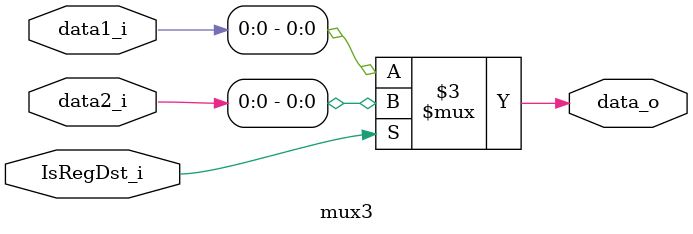
<source format=v>
module mux3(
	data1_i,//RT
	data2_i,//RD
	IsRegDst_i,
	data_o
);

input [4:0]		data1_i;
input [4:0]		data2_i;
input			IsRegDst_i;
output reg		data_o;

always@(*)begin
	if(IsRegDst_i)
		data_o = data2_i;
	else
		data_o = data1_i;
end

endmodule
</source>
